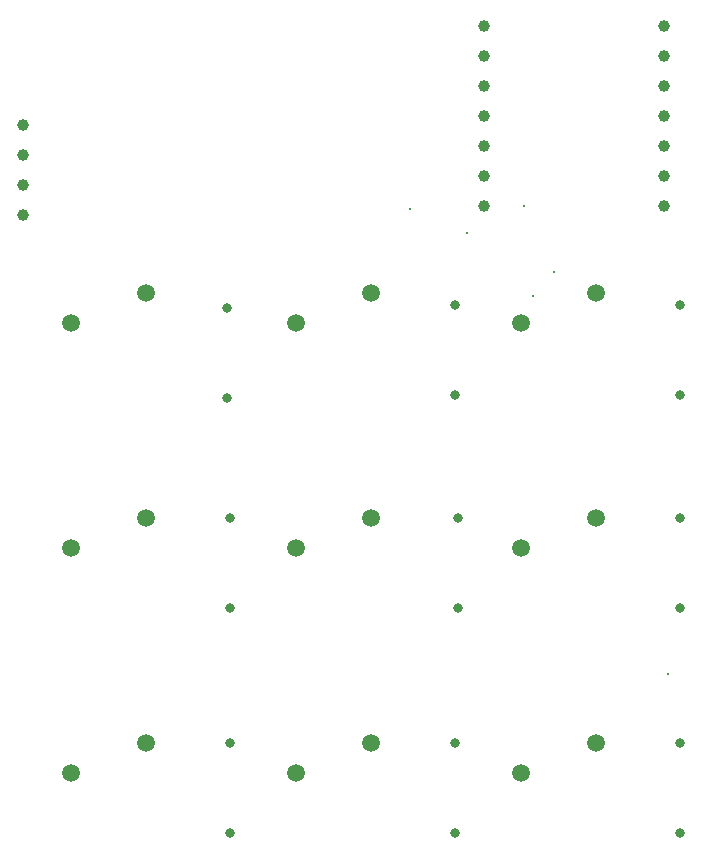
<source format=gbr>
%TF.GenerationSoftware,KiCad,Pcbnew,9.0.6*%
%TF.CreationDate,2026-02-06T20:39:07+05:30*%
%TF.ProjectId,aarush hackpad,61617275-7368-4206-9861-636b7061642e,rev?*%
%TF.SameCoordinates,Original*%
%TF.FileFunction,Plated,1,2,PTH,Drill*%
%TF.FilePolarity,Positive*%
%FSLAX46Y46*%
G04 Gerber Fmt 4.6, Leading zero omitted, Abs format (unit mm)*
G04 Created by KiCad (PCBNEW 9.0.6) date 2026-02-06 20:39:07*
%MOMM*%
%LPD*%
G01*
G04 APERTURE LIST*
%TA.AperFunction,ViaDrill*%
%ADD10C,0.300000*%
%TD*%
%TA.AperFunction,ComponentDrill*%
%ADD11C,0.800000*%
%TD*%
%TA.AperFunction,ComponentDrill*%
%ADD12C,1.000000*%
%TD*%
%TA.AperFunction,ComponentDrill*%
%ADD13C,1.500000*%
%TD*%
G04 APERTURE END LIST*
D10*
X144780000Y-54864000D03*
X149606000Y-56896000D03*
X154432000Y-54610000D03*
X155194000Y-62230000D03*
X156972000Y-60198000D03*
X166624000Y-94234000D03*
D11*
%TO.C,D1*%
X129286000Y-63246000D03*
X129286000Y-70866000D03*
%TO.C,D2*%
X129540000Y-81026000D03*
X129540000Y-88646000D03*
%TO.C,D3*%
X129540000Y-100076000D03*
X129540000Y-107696000D03*
%TO.C,D4*%
X148590000Y-62992000D03*
X148590000Y-70612000D03*
%TO.C,D6*%
X148590000Y-100076000D03*
X148590000Y-107696000D03*
%TO.C,D5*%
X148844000Y-81026000D03*
X148844000Y-88646000D03*
%TO.C,D7*%
X167640000Y-62992000D03*
X167640000Y-70612000D03*
%TO.C,D8*%
X167640000Y-81026000D03*
X167640000Y-88646000D03*
%TO.C,D9*%
X167640000Y-100076000D03*
X167640000Y-107696000D03*
D12*
%TO.C,J1*%
X112014000Y-47752000D03*
X112014000Y-50292000D03*
X112014000Y-52832000D03*
X112014000Y-55372000D03*
%TO.C,U1*%
X151067000Y-39370000D03*
X151067000Y-41910000D03*
X151067000Y-44450000D03*
X151067000Y-46990000D03*
X151067000Y-49530000D03*
X151067000Y-52070000D03*
X151067000Y-54610000D03*
X166307000Y-39370000D03*
X166307000Y-41910000D03*
X166307000Y-44450000D03*
X166307000Y-46990000D03*
X166307000Y-49530000D03*
X166307000Y-52070000D03*
X166307000Y-54610000D03*
D13*
%TO.C,S1*%
X116078000Y-64516000D03*
%TO.C,S2*%
X116078000Y-83566000D03*
%TO.C,S3*%
X116078000Y-102616000D03*
%TO.C,S1*%
X122428000Y-61976000D03*
%TO.C,S2*%
X122428000Y-81026000D03*
%TO.C,S3*%
X122428000Y-100076000D03*
%TO.C,S4*%
X135128000Y-64516000D03*
%TO.C,S5*%
X135128000Y-83566000D03*
%TO.C,S6*%
X135128000Y-102616000D03*
%TO.C,S4*%
X141478000Y-61976000D03*
%TO.C,S5*%
X141478000Y-81026000D03*
%TO.C,S6*%
X141478000Y-100076000D03*
%TO.C,S7*%
X154178000Y-64516000D03*
%TO.C,S8*%
X154178000Y-83566000D03*
%TO.C,S9*%
X154178000Y-102616000D03*
%TO.C,S7*%
X160528000Y-61976000D03*
%TO.C,S8*%
X160528000Y-81026000D03*
%TO.C,S9*%
X160528000Y-100076000D03*
M02*

</source>
